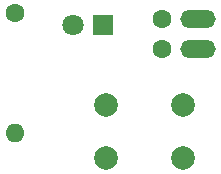
<source format=gbs>
G04 #@! TF.GenerationSoftware,KiCad,Pcbnew,(6.0.9-0)*
G04 #@! TF.CreationDate,2022-12-03T16:28:07+09:00*
G04 #@! TF.ProjectId,LEDchika,4c454463-6869-46b6-912e-6b696361645f,rev?*
G04 #@! TF.SameCoordinates,Original*
G04 #@! TF.FileFunction,Soldermask,Bot*
G04 #@! TF.FilePolarity,Negative*
%FSLAX46Y46*%
G04 Gerber Fmt 4.6, Leading zero omitted, Abs format (unit mm)*
G04 Created by KiCad (PCBNEW (6.0.9-0)) date 2022-12-03 16:28:07*
%MOMM*%
%LPD*%
G01*
G04 APERTURE LIST*
%ADD10C,1.600000*%
%ADD11O,1.600000X1.600000*%
%ADD12R,1.800000X1.800000*%
%ADD13C,1.800000*%
%ADD14C,2.000000*%
%ADD15O,3.000000X1.500000*%
G04 APERTURE END LIST*
D10*
X155000000Y-117000000D03*
X155000000Y-114500000D03*
X142500000Y-114000000D03*
D11*
X142500000Y-124160000D03*
D12*
X150000000Y-115000000D03*
D13*
X147460000Y-115000000D03*
D14*
X156750000Y-126250000D03*
X150250000Y-126250000D03*
X150250000Y-121750000D03*
X156750000Y-121750000D03*
D15*
X158000000Y-114460000D03*
X158000000Y-117000000D03*
M02*

</source>
